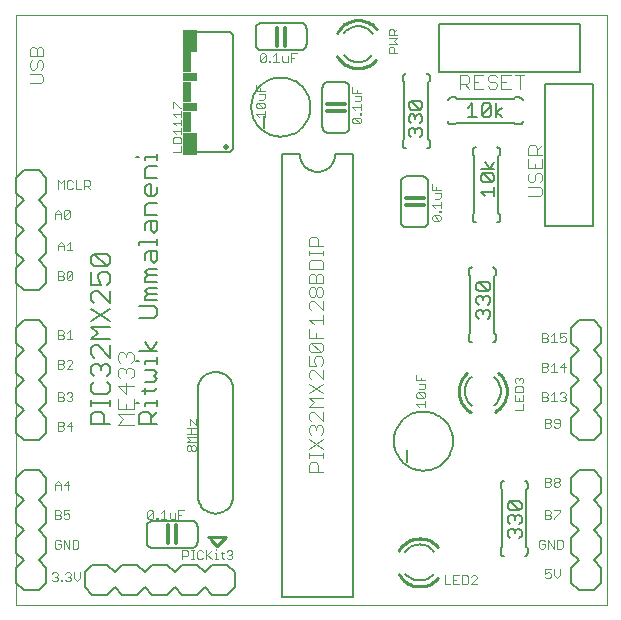
<source format=gto>
G75*
G70*
%OFA0B0*%
%FSLAX24Y24*%
%IPPOS*%
%LPD*%
%AMOC8*
5,1,8,0,0,1.08239X$1,22.5*
%
%ADD10C,0.0000*%
%ADD11C,0.0030*%
%ADD12C,0.0100*%
%ADD13C,0.0050*%
%ADD14C,0.0040*%
%ADD15C,0.0080*%
%ADD16C,0.0200*%
%ADD17C,0.0060*%
%ADD18R,0.0500X0.0750*%
%ADD19R,0.0300X0.0700*%
%ADD20R,0.0500X0.0300*%
%ADD21C,0.0120*%
D10*
X000151Y000101D02*
X000151Y019786D01*
X019836Y019786D01*
X019836Y000101D01*
X000151Y000101D01*
D11*
X001347Y000952D02*
X001396Y000903D01*
X001492Y000903D01*
X001541Y000952D01*
X001541Y001000D01*
X001492Y001048D01*
X001444Y001048D01*
X001492Y001048D02*
X001541Y001097D01*
X001541Y001145D01*
X001492Y001193D01*
X001396Y001193D01*
X001347Y001145D01*
X001642Y000952D02*
X001690Y000952D01*
X001690Y000903D01*
X001642Y000903D01*
X001642Y000952D01*
X001789Y000952D02*
X001838Y000903D01*
X001934Y000903D01*
X001983Y000952D01*
X001983Y001000D01*
X001934Y001048D01*
X001886Y001048D01*
X001934Y001048D02*
X001983Y001097D01*
X001983Y001145D01*
X001934Y001193D01*
X001838Y001193D01*
X001789Y001145D01*
X002084Y001193D02*
X002084Y001000D01*
X002181Y000903D01*
X002277Y001000D01*
X002277Y001193D01*
X002180Y001986D02*
X002035Y001986D01*
X002035Y002276D01*
X002180Y002276D01*
X002228Y002228D01*
X002228Y002034D01*
X002180Y001986D01*
X001934Y001986D02*
X001934Y002276D01*
X001740Y002276D02*
X001934Y001986D01*
X001740Y001986D02*
X001740Y002276D01*
X001639Y002228D02*
X001591Y002276D01*
X001494Y002276D01*
X001446Y002228D01*
X001446Y002034D01*
X001494Y001986D01*
X001591Y001986D01*
X001639Y002034D01*
X001639Y002131D01*
X001542Y002131D01*
X001591Y002970D02*
X001446Y002970D01*
X001446Y003260D01*
X001591Y003260D01*
X001639Y003212D01*
X001639Y003164D01*
X001591Y003115D01*
X001446Y003115D01*
X001591Y003115D02*
X001639Y003067D01*
X001639Y003018D01*
X001591Y002970D01*
X001740Y003018D02*
X001789Y002970D01*
X001885Y002970D01*
X001934Y003018D01*
X001934Y003115D01*
X001885Y003164D01*
X001837Y003164D01*
X001740Y003115D01*
X001740Y003260D01*
X001934Y003260D01*
X001885Y003954D02*
X001885Y004245D01*
X001740Y004099D01*
X001934Y004099D01*
X001639Y004099D02*
X001446Y004099D01*
X001446Y004148D02*
X001542Y004245D01*
X001639Y004148D01*
X001639Y003954D01*
X001446Y003954D02*
X001446Y004148D01*
X001544Y005923D02*
X001689Y005923D01*
X001738Y005971D01*
X001738Y006020D01*
X001689Y006068D01*
X001544Y006068D01*
X001544Y005923D02*
X001544Y006213D01*
X001689Y006213D01*
X001738Y006165D01*
X001738Y006116D01*
X001689Y006068D01*
X001839Y006068D02*
X001984Y006213D01*
X001984Y005923D01*
X002032Y006068D02*
X001839Y006068D01*
X001887Y006907D02*
X001839Y006955D01*
X001887Y006907D02*
X001984Y006907D01*
X002032Y006955D01*
X002032Y007004D01*
X001984Y007052D01*
X001936Y007052D01*
X001984Y007052D02*
X002032Y007101D01*
X002032Y007149D01*
X001984Y007197D01*
X001887Y007197D01*
X001839Y007149D01*
X001738Y007149D02*
X001689Y007197D01*
X001544Y007197D01*
X001544Y006907D01*
X001689Y006907D01*
X001738Y006955D01*
X001738Y007004D01*
X001689Y007052D01*
X001544Y007052D01*
X001689Y007052D02*
X001738Y007101D01*
X001738Y007149D01*
X001689Y007990D02*
X001544Y007990D01*
X001544Y008280D01*
X001689Y008280D01*
X001738Y008232D01*
X001738Y008183D01*
X001689Y008135D01*
X001544Y008135D01*
X001689Y008135D02*
X001738Y008087D01*
X001738Y008038D01*
X001689Y007990D01*
X001839Y007990D02*
X002032Y008183D01*
X002032Y008232D01*
X001984Y008280D01*
X001887Y008280D01*
X001839Y008232D01*
X001839Y007990D02*
X002032Y007990D01*
X002032Y008974D02*
X001839Y008974D01*
X001936Y008974D02*
X001936Y009264D01*
X001839Y009168D01*
X001738Y009168D02*
X001689Y009119D01*
X001544Y009119D01*
X001544Y008974D02*
X001689Y008974D01*
X001738Y009022D01*
X001738Y009071D01*
X001689Y009119D01*
X001738Y009168D02*
X001738Y009216D01*
X001689Y009264D01*
X001544Y009264D01*
X001544Y008974D01*
X001544Y010943D02*
X001689Y010943D01*
X001738Y010991D01*
X001738Y011039D01*
X001689Y011088D01*
X001544Y011088D01*
X001544Y010943D02*
X001544Y011233D01*
X001689Y011233D01*
X001738Y011184D01*
X001738Y011136D01*
X001689Y011088D01*
X001839Y011184D02*
X001887Y011233D01*
X001984Y011233D01*
X002032Y011184D01*
X001839Y010991D01*
X001887Y010943D01*
X001984Y010943D01*
X002032Y010991D01*
X002032Y011184D01*
X001839Y011184D02*
X001839Y010991D01*
X001839Y011927D02*
X002032Y011927D01*
X001936Y011927D02*
X001936Y012217D01*
X001839Y012120D01*
X001738Y012120D02*
X001738Y011927D01*
X001738Y012072D02*
X001544Y012072D01*
X001544Y012120D02*
X001641Y012217D01*
X001738Y012120D01*
X001544Y012120D02*
X001544Y011927D01*
X001640Y012985D02*
X001640Y013178D01*
X001544Y013275D01*
X001447Y013178D01*
X001447Y012985D01*
X001447Y013130D02*
X001640Y013130D01*
X001742Y013227D02*
X001790Y013275D01*
X001887Y013275D01*
X001935Y013227D01*
X001742Y013033D01*
X001790Y012985D01*
X001887Y012985D01*
X001935Y013033D01*
X001935Y013227D01*
X001742Y013227D02*
X001742Y013033D01*
X001740Y013969D02*
X001740Y014259D01*
X001643Y014162D01*
X001547Y014259D01*
X001547Y013969D01*
X001841Y014017D02*
X001841Y014211D01*
X001890Y014259D01*
X001986Y014259D01*
X002035Y014211D01*
X002136Y014259D02*
X002136Y013969D01*
X002329Y013969D01*
X002431Y013969D02*
X002431Y014259D01*
X002576Y014259D01*
X002624Y014211D01*
X002624Y014114D01*
X002576Y014066D01*
X002431Y014066D01*
X002527Y014066D02*
X002624Y013969D01*
X002035Y014017D02*
X001986Y013969D01*
X001890Y013969D01*
X001841Y014017D01*
X005375Y015210D02*
X005666Y015210D01*
X005666Y015404D01*
X005666Y015505D02*
X005666Y015650D01*
X005617Y015698D01*
X005424Y015698D01*
X005375Y015650D01*
X005375Y015505D01*
X005666Y015505D01*
X005666Y015800D02*
X005666Y015993D01*
X005666Y015896D02*
X005375Y015896D01*
X005472Y015800D01*
X005472Y016094D02*
X005375Y016191D01*
X005666Y016191D01*
X005666Y016094D02*
X005666Y016288D01*
X005666Y016389D02*
X005666Y016582D01*
X005666Y016486D02*
X005375Y016486D01*
X005472Y016389D01*
X005375Y016684D02*
X005375Y016877D01*
X005424Y016877D01*
X005617Y016684D01*
X005666Y016684D01*
X008154Y016709D02*
X008154Y016806D01*
X008203Y016854D01*
X008396Y016660D01*
X008444Y016709D01*
X008444Y016806D01*
X008396Y016854D01*
X008203Y016854D01*
X008251Y016955D02*
X008396Y016955D01*
X008444Y017003D01*
X008444Y017149D01*
X008251Y017149D01*
X008299Y017250D02*
X008299Y017346D01*
X008154Y017250D02*
X008154Y017443D01*
X008154Y017250D02*
X008444Y017250D01*
X008396Y016660D02*
X008203Y016660D01*
X008154Y016709D01*
X008154Y016463D02*
X008444Y016463D01*
X008444Y016559D02*
X008444Y016366D01*
X008251Y016366D02*
X008154Y016463D01*
X008337Y018201D02*
X008289Y018250D01*
X008483Y018443D01*
X008483Y018250D01*
X008434Y018201D01*
X008337Y018201D01*
X008289Y018250D02*
X008289Y018443D01*
X008337Y018492D01*
X008434Y018492D01*
X008483Y018443D01*
X008584Y018250D02*
X008632Y018250D01*
X008632Y018201D01*
X008584Y018201D01*
X008584Y018250D01*
X008731Y018201D02*
X008925Y018201D01*
X008828Y018201D02*
X008828Y018492D01*
X008731Y018395D01*
X009026Y018395D02*
X009026Y018250D01*
X009074Y018201D01*
X009219Y018201D01*
X009219Y018395D01*
X009320Y018346D02*
X009417Y018346D01*
X009320Y018201D02*
X009320Y018492D01*
X009514Y018492D01*
X011362Y017384D02*
X011362Y017190D01*
X011652Y017190D01*
X011652Y017089D02*
X011458Y017089D01*
X011507Y017190D02*
X011507Y017287D01*
X011652Y017089D02*
X011652Y016944D01*
X011604Y016896D01*
X011458Y016896D01*
X011652Y016795D02*
X011652Y016601D01*
X011652Y016698D02*
X011362Y016698D01*
X011458Y016601D01*
X011604Y016502D02*
X011652Y016502D01*
X011652Y016454D01*
X011604Y016454D01*
X011604Y016502D01*
X011604Y016353D02*
X011652Y016304D01*
X011652Y016207D01*
X011604Y016159D01*
X011410Y016353D01*
X011604Y016353D01*
X011604Y016159D02*
X011410Y016159D01*
X011362Y016207D01*
X011362Y016304D01*
X011410Y016353D01*
X012568Y018523D02*
X012568Y018668D01*
X012616Y018717D01*
X012713Y018717D01*
X012761Y018668D01*
X012761Y018523D01*
X012858Y018523D02*
X012568Y018523D01*
X012568Y018818D02*
X012858Y018818D01*
X012761Y018915D01*
X012858Y019011D01*
X012568Y019011D01*
X012568Y019112D02*
X012568Y019258D01*
X012616Y019306D01*
X012713Y019306D01*
X012761Y019258D01*
X012761Y019112D01*
X012858Y019112D02*
X012568Y019112D01*
X012761Y019209D02*
X012858Y019306D01*
X014019Y014136D02*
X014019Y013942D01*
X014309Y013942D01*
X014309Y013841D02*
X014116Y013841D01*
X014164Y013942D02*
X014164Y014039D01*
X014309Y013841D02*
X014309Y013696D01*
X014261Y013648D01*
X014116Y013648D01*
X014309Y013546D02*
X014309Y013353D01*
X014309Y013450D02*
X014019Y013450D01*
X014116Y013353D01*
X014261Y013254D02*
X014309Y013254D01*
X014309Y013206D01*
X014261Y013206D01*
X014261Y013254D01*
X014261Y013105D02*
X014068Y013105D01*
X014261Y012911D01*
X014309Y012959D01*
X014309Y013056D01*
X014261Y013105D01*
X014068Y013105D02*
X014019Y013056D01*
X014019Y012959D01*
X014068Y012911D01*
X014261Y012911D01*
X017686Y009166D02*
X017831Y009166D01*
X017879Y009117D01*
X017879Y009069D01*
X017831Y009021D01*
X017686Y009021D01*
X017686Y008876D02*
X017686Y009166D01*
X017831Y009021D02*
X017879Y008972D01*
X017879Y008924D01*
X017831Y008876D01*
X017686Y008876D01*
X017981Y008876D02*
X018174Y008876D01*
X018077Y008876D02*
X018077Y009166D01*
X017981Y009069D01*
X018275Y009021D02*
X018275Y009166D01*
X018469Y009166D01*
X018420Y009069D02*
X018372Y009069D01*
X018275Y009021D01*
X018275Y008924D02*
X018324Y008876D01*
X018420Y008876D01*
X018469Y008924D01*
X018469Y009021D01*
X018420Y009069D01*
X018420Y008182D02*
X018275Y008036D01*
X018469Y008036D01*
X018420Y007891D02*
X018420Y008182D01*
X018077Y008182D02*
X018077Y007891D01*
X017981Y007891D02*
X018174Y007891D01*
X017981Y008085D02*
X018077Y008182D01*
X017879Y008133D02*
X017831Y008182D01*
X017686Y008182D01*
X017686Y007891D01*
X017831Y007891D01*
X017879Y007940D01*
X017879Y007988D01*
X017831Y008036D01*
X017686Y008036D01*
X017831Y008036D02*
X017879Y008085D01*
X017879Y008133D01*
X017065Y007641D02*
X017065Y007544D01*
X017017Y007496D01*
X017017Y007395D02*
X016823Y007395D01*
X016775Y007346D01*
X016775Y007201D01*
X017065Y007201D01*
X017065Y007346D01*
X017017Y007395D01*
X016823Y007496D02*
X016775Y007544D01*
X016775Y007641D01*
X016823Y007689D01*
X016872Y007689D01*
X016920Y007641D01*
X016969Y007689D01*
X017017Y007689D01*
X017065Y007641D01*
X016920Y007641D02*
X016920Y007593D01*
X017686Y007197D02*
X017831Y007197D01*
X017879Y007149D01*
X017879Y007101D01*
X017831Y007052D01*
X017686Y007052D01*
X017686Y006907D02*
X017831Y006907D01*
X017879Y006955D01*
X017879Y007004D01*
X017831Y007052D01*
X017981Y007101D02*
X018077Y007197D01*
X018077Y006907D01*
X017981Y006907D02*
X018174Y006907D01*
X018275Y006955D02*
X018324Y006907D01*
X018420Y006907D01*
X018469Y006955D01*
X018469Y007004D01*
X018420Y007052D01*
X018372Y007052D01*
X018420Y007052D02*
X018469Y007101D01*
X018469Y007149D01*
X018420Y007197D01*
X018324Y007197D01*
X018275Y007149D01*
X017686Y007197D02*
X017686Y006907D01*
X017065Y006906D02*
X017065Y007100D01*
X016920Y007003D02*
X016920Y006906D01*
X016775Y006906D02*
X017065Y006906D01*
X017065Y006805D02*
X017065Y006612D01*
X016775Y006612D01*
X016775Y006906D02*
X016775Y007100D01*
X017784Y006312D02*
X017929Y006312D01*
X017978Y006263D01*
X017978Y006215D01*
X017929Y006166D01*
X017784Y006166D01*
X017784Y006021D02*
X017929Y006021D01*
X017978Y006070D01*
X017978Y006118D01*
X017929Y006166D01*
X018079Y006215D02*
X018127Y006166D01*
X018272Y006166D01*
X018272Y006070D02*
X018272Y006263D01*
X018224Y006312D01*
X018127Y006312D01*
X018079Y006263D01*
X018079Y006215D01*
X018079Y006070D02*
X018127Y006021D01*
X018224Y006021D01*
X018272Y006070D01*
X017784Y006021D02*
X017784Y006312D01*
X017784Y004343D02*
X017929Y004343D01*
X017978Y004295D01*
X017978Y004246D01*
X017929Y004198D01*
X017784Y004198D01*
X017784Y004053D02*
X017784Y004343D01*
X017929Y004198D02*
X017978Y004150D01*
X017978Y004101D01*
X017929Y004053D01*
X017784Y004053D01*
X018079Y004101D02*
X018079Y004150D01*
X018127Y004198D01*
X018224Y004198D01*
X018272Y004150D01*
X018272Y004101D01*
X018224Y004053D01*
X018127Y004053D01*
X018079Y004101D01*
X018127Y004198D02*
X018079Y004246D01*
X018079Y004295D01*
X018127Y004343D01*
X018224Y004343D01*
X018272Y004295D01*
X018272Y004246D01*
X018224Y004198D01*
X018272Y003260D02*
X018079Y003260D01*
X017978Y003212D02*
X017978Y003164D01*
X017929Y003115D01*
X017784Y003115D01*
X017784Y002970D02*
X017929Y002970D01*
X017978Y003018D01*
X017978Y003067D01*
X017929Y003115D01*
X017978Y003212D02*
X017929Y003260D01*
X017784Y003260D01*
X017784Y002970D01*
X018079Y002970D02*
X018079Y003018D01*
X018272Y003212D01*
X018272Y003260D01*
X018322Y002276D02*
X018177Y002276D01*
X018177Y001986D01*
X018322Y001986D01*
X018370Y002034D01*
X018370Y002228D01*
X018322Y002276D01*
X018076Y002276D02*
X018076Y001986D01*
X017882Y002276D01*
X017882Y001986D01*
X017781Y002034D02*
X017781Y002131D01*
X017684Y002131D01*
X017587Y002228D02*
X017587Y002034D01*
X017636Y001986D01*
X017733Y001986D01*
X017781Y002034D01*
X017781Y002228D02*
X017733Y002276D01*
X017636Y002276D01*
X017587Y002228D01*
X017784Y001292D02*
X017784Y001147D01*
X017881Y001195D01*
X017929Y001195D01*
X017978Y001147D01*
X017978Y001050D01*
X017929Y001002D01*
X017833Y001002D01*
X017784Y001050D01*
X017784Y001292D02*
X017978Y001292D01*
X018079Y001292D02*
X018079Y001098D01*
X018176Y001002D01*
X018272Y001098D01*
X018272Y001292D01*
X015515Y001047D02*
X015467Y001095D01*
X015370Y001095D01*
X015322Y001047D01*
X015221Y001047D02*
X015172Y001095D01*
X015027Y001095D01*
X015027Y000805D01*
X015172Y000805D01*
X015221Y000853D01*
X015221Y001047D01*
X015322Y000805D02*
X015515Y000998D01*
X015515Y001047D01*
X015515Y000805D02*
X015322Y000805D01*
X014926Y000805D02*
X014732Y000805D01*
X014732Y001095D01*
X014926Y001095D01*
X014829Y000950D02*
X014732Y000950D01*
X014631Y000805D02*
X014438Y000805D01*
X014438Y001095D01*
X007364Y001691D02*
X007316Y001642D01*
X007219Y001642D01*
X007171Y001691D01*
X007071Y001642D02*
X007023Y001691D01*
X007023Y001884D01*
X007071Y001836D02*
X006974Y001836D01*
X006826Y001836D02*
X006826Y001642D01*
X006778Y001642D02*
X006875Y001642D01*
X006677Y001642D02*
X006532Y001787D01*
X006483Y001739D02*
X006677Y001932D01*
X006778Y001836D02*
X006826Y001836D01*
X006826Y001932D02*
X006826Y001981D01*
X006483Y001932D02*
X006483Y001642D01*
X006382Y001691D02*
X006334Y001642D01*
X006237Y001642D01*
X006189Y001691D01*
X006189Y001884D01*
X006237Y001932D01*
X006334Y001932D01*
X006382Y001884D01*
X006089Y001932D02*
X005992Y001932D01*
X006041Y001932D02*
X006041Y001642D01*
X006089Y001642D02*
X005992Y001642D01*
X005891Y001787D02*
X005843Y001739D01*
X005698Y001739D01*
X005698Y001642D02*
X005698Y001932D01*
X005843Y001932D01*
X005891Y001884D01*
X005891Y001787D01*
X007171Y001884D02*
X007219Y001932D01*
X007316Y001932D01*
X007364Y001884D01*
X007364Y001836D01*
X007316Y001787D01*
X007364Y001739D01*
X007364Y001691D01*
X007316Y001787D02*
X007267Y001787D01*
X005563Y002971D02*
X005563Y003261D01*
X005756Y003261D01*
X005660Y003116D02*
X005563Y003116D01*
X005462Y003164D02*
X005462Y002971D01*
X005317Y002971D01*
X005268Y003019D01*
X005268Y003164D01*
X005167Y002971D02*
X004974Y002971D01*
X005070Y002971D02*
X005070Y003261D01*
X004974Y003164D01*
X004875Y003019D02*
X004875Y002971D01*
X004826Y002971D01*
X004826Y003019D01*
X004875Y003019D01*
X004725Y003019D02*
X004677Y002971D01*
X004580Y002971D01*
X004532Y003019D01*
X004725Y003212D01*
X004725Y003019D01*
X004532Y003019D02*
X004532Y003212D01*
X004580Y003261D01*
X004677Y003261D01*
X004725Y003212D01*
X005898Y005234D02*
X005947Y005234D01*
X005995Y005282D01*
X005995Y005379D01*
X006043Y005427D01*
X006092Y005427D01*
X006140Y005379D01*
X006140Y005282D01*
X006092Y005234D01*
X006043Y005234D01*
X005995Y005282D01*
X005995Y005379D02*
X005947Y005427D01*
X005898Y005427D01*
X005850Y005379D01*
X005850Y005282D01*
X005898Y005234D01*
X005850Y005529D02*
X005947Y005625D01*
X005850Y005722D01*
X006140Y005722D01*
X006140Y005823D02*
X005850Y005823D01*
X005995Y005823D02*
X005995Y006017D01*
X005947Y006118D02*
X005947Y006311D01*
X006140Y006118D01*
X006140Y006311D01*
X006140Y006017D02*
X005850Y006017D01*
X005850Y005529D02*
X006140Y005529D01*
X013497Y006805D02*
X013787Y006805D01*
X013787Y006708D02*
X013787Y006902D01*
X013739Y007003D02*
X013545Y007003D01*
X013497Y007051D01*
X013497Y007148D01*
X013545Y007196D01*
X013739Y007003D01*
X013787Y007051D01*
X013787Y007148D01*
X013739Y007196D01*
X013545Y007196D01*
X013594Y007298D02*
X013739Y007298D01*
X013787Y007346D01*
X013787Y007491D01*
X013594Y007491D01*
X013642Y007592D02*
X013642Y007689D01*
X013787Y007592D02*
X013497Y007592D01*
X013497Y007786D01*
X013497Y006805D02*
X013594Y006708D01*
D12*
X016107Y006540D02*
X016155Y006570D01*
X016200Y006603D01*
X016243Y006639D01*
X016284Y006677D01*
X016321Y006719D01*
X016356Y006763D01*
X016387Y006809D01*
X016416Y006858D01*
X016440Y006908D01*
X016461Y006960D01*
X016479Y007014D01*
X016492Y007068D01*
X016502Y007123D01*
X016508Y007179D01*
X016510Y007235D01*
X016508Y007288D01*
X016503Y007342D01*
X016494Y007394D01*
X016482Y007446D01*
X016466Y007497D01*
X016447Y007547D01*
X016424Y007596D01*
X016398Y007643D01*
X016370Y007688D01*
X016338Y007731D01*
X016304Y007771D01*
X016266Y007810D01*
X016227Y007846D01*
X014910Y007235D02*
X014912Y007181D01*
X014917Y007127D01*
X014926Y007074D01*
X014939Y007021D01*
X014955Y006970D01*
X014975Y006920D01*
X014998Y006871D01*
X015024Y006823D01*
X015053Y006778D01*
X015086Y006735D01*
X015121Y006694D01*
X015159Y006655D01*
X015199Y006619D01*
X015242Y006586D01*
X015287Y006556D01*
X015334Y006529D01*
X014910Y007235D02*
X014912Y007289D01*
X014917Y007342D01*
X014926Y007396D01*
X014939Y007448D01*
X014955Y007499D01*
X014975Y007550D01*
X014997Y007599D01*
X015023Y007646D01*
X015053Y007691D01*
X015085Y007734D01*
X015120Y007775D01*
X015158Y007814D01*
X015198Y007850D01*
X007139Y002365D02*
X006549Y002365D01*
X006647Y002365D02*
X006647Y002266D01*
X006844Y002069D01*
X007139Y002365D01*
X012913Y001129D02*
X012943Y001081D01*
X012976Y001036D01*
X013012Y000993D01*
X013050Y000952D01*
X013092Y000915D01*
X013136Y000880D01*
X013182Y000849D01*
X013231Y000820D01*
X013281Y000796D01*
X013333Y000775D01*
X013387Y000757D01*
X013441Y000744D01*
X013496Y000734D01*
X013552Y000728D01*
X013608Y000726D01*
X013661Y000728D01*
X013715Y000733D01*
X013767Y000742D01*
X013819Y000754D01*
X013870Y000770D01*
X013920Y000789D01*
X013969Y000812D01*
X014016Y000838D01*
X014061Y000866D01*
X014104Y000898D01*
X014144Y000932D01*
X014183Y000970D01*
X014219Y001009D01*
X013608Y002326D02*
X013554Y002324D01*
X013500Y002319D01*
X013447Y002310D01*
X013394Y002297D01*
X013343Y002281D01*
X013293Y002261D01*
X013244Y002238D01*
X013196Y002212D01*
X013151Y002183D01*
X013108Y002150D01*
X013067Y002115D01*
X013028Y002077D01*
X012992Y002037D01*
X012959Y001994D01*
X012929Y001949D01*
X012902Y001902D01*
X013608Y002326D02*
X013662Y002324D01*
X013715Y002319D01*
X013769Y002310D01*
X013821Y002297D01*
X013872Y002281D01*
X013923Y002261D01*
X013972Y002239D01*
X014019Y002213D01*
X014064Y002183D01*
X014107Y002151D01*
X014148Y002116D01*
X014187Y002078D01*
X014223Y002038D01*
X011553Y018002D02*
X011606Y018004D01*
X011660Y018009D01*
X011712Y018018D01*
X011764Y018030D01*
X011815Y018046D01*
X011865Y018065D01*
X011914Y018088D01*
X011961Y018114D01*
X012006Y018142D01*
X012049Y018174D01*
X012089Y018208D01*
X012128Y018246D01*
X012164Y018285D01*
X011553Y019602D02*
X011499Y019600D01*
X011445Y019595D01*
X011392Y019586D01*
X011339Y019573D01*
X011288Y019557D01*
X011238Y019537D01*
X011189Y019514D01*
X011141Y019488D01*
X011096Y019459D01*
X011053Y019426D01*
X011012Y019391D01*
X010973Y019353D01*
X010937Y019313D01*
X010904Y019270D01*
X010874Y019225D01*
X010847Y019178D01*
X010858Y018405D02*
X010888Y018357D01*
X010921Y018312D01*
X010957Y018269D01*
X010995Y018228D01*
X011037Y018191D01*
X011081Y018156D01*
X011127Y018125D01*
X011176Y018096D01*
X011226Y018072D01*
X011278Y018051D01*
X011332Y018033D01*
X011386Y018020D01*
X011441Y018010D01*
X011497Y018004D01*
X011553Y018002D01*
X012168Y019314D02*
X012132Y019354D01*
X012093Y019392D01*
X012052Y019427D01*
X012009Y019459D01*
X011964Y019489D01*
X011917Y019515D01*
X011868Y019537D01*
X011817Y019557D01*
X011766Y019573D01*
X011714Y019586D01*
X011660Y019595D01*
X011607Y019600D01*
X011553Y019602D01*
D13*
X014242Y019463D02*
X014242Y017888D01*
X018966Y017888D01*
X018966Y019463D01*
X014242Y019463D01*
X017797Y017459D02*
X019372Y017459D01*
X019372Y012735D01*
X017797Y012735D01*
X017797Y017459D01*
X016363Y016682D02*
X016138Y016532D01*
X016363Y016382D01*
X016138Y016382D02*
X016138Y016833D01*
X015978Y016757D02*
X015677Y016457D01*
X015753Y016382D01*
X015903Y016382D01*
X015978Y016457D01*
X015978Y016757D01*
X015903Y016833D01*
X015753Y016833D01*
X015677Y016757D01*
X015677Y016457D01*
X015517Y016382D02*
X015217Y016382D01*
X015367Y016382D02*
X015367Y016833D01*
X015217Y016682D01*
X013693Y016698D02*
X013618Y016623D01*
X013317Y016923D01*
X013618Y016923D01*
X013693Y016848D01*
X013693Y016698D01*
X013618Y016623D02*
X013317Y016623D01*
X013242Y016698D01*
X013242Y016848D01*
X013317Y016923D01*
X013317Y016463D02*
X013242Y016388D01*
X013242Y016238D01*
X013317Y016163D01*
X013317Y016002D02*
X013242Y015927D01*
X013242Y015777D01*
X013317Y015702D01*
X013467Y015852D02*
X013467Y015927D01*
X013543Y016002D01*
X013618Y016002D01*
X013693Y015927D01*
X013693Y015777D01*
X013618Y015702D01*
X013467Y015927D02*
X013392Y016002D01*
X013317Y016002D01*
X013618Y016163D02*
X013693Y016238D01*
X013693Y016388D01*
X013618Y016463D01*
X013543Y016463D01*
X013467Y016388D01*
X013467Y016313D01*
X013467Y016388D02*
X013392Y016463D01*
X013317Y016463D01*
X011383Y015140D02*
X010793Y015140D01*
X011383Y015140D02*
X011383Y000376D01*
X009021Y000376D01*
X009021Y015140D01*
X009612Y015140D01*
X010202Y014549D02*
X010248Y014551D01*
X010294Y014556D01*
X010340Y014565D01*
X010385Y014578D01*
X010428Y014594D01*
X010470Y014613D01*
X010511Y014636D01*
X010549Y014662D01*
X010586Y014691D01*
X010620Y014722D01*
X010651Y014756D01*
X010680Y014793D01*
X010706Y014831D01*
X010729Y014872D01*
X010748Y014914D01*
X010764Y014957D01*
X010777Y015002D01*
X010786Y015048D01*
X010791Y015094D01*
X010793Y015140D01*
X010202Y014549D02*
X010156Y014551D01*
X010110Y014556D01*
X010064Y014565D01*
X010019Y014578D01*
X009976Y014594D01*
X009934Y014613D01*
X009893Y014636D01*
X009855Y014662D01*
X009818Y014691D01*
X009784Y014722D01*
X009753Y014756D01*
X009724Y014793D01*
X009698Y014831D01*
X009675Y014872D01*
X009656Y014914D01*
X009640Y014957D01*
X009627Y015002D01*
X009618Y015048D01*
X009613Y015094D01*
X009611Y015140D01*
X004851Y015145D02*
X004851Y014941D01*
X004851Y015043D02*
X004444Y015043D01*
X004444Y014941D01*
X004545Y014741D02*
X004851Y014741D01*
X004545Y014741D02*
X004444Y014639D01*
X004444Y014334D01*
X004851Y014334D01*
X004647Y014133D02*
X004647Y013726D01*
X004545Y013726D02*
X004444Y013828D01*
X004444Y014031D01*
X004545Y014133D01*
X004647Y014133D01*
X004851Y014031D02*
X004851Y013828D01*
X004749Y013726D01*
X004545Y013726D01*
X004545Y013525D02*
X004444Y013424D01*
X004444Y013118D01*
X004851Y013118D01*
X004851Y012918D02*
X004545Y012918D01*
X004444Y012816D01*
X004444Y012612D01*
X004647Y012612D02*
X004749Y012511D01*
X004851Y012612D01*
X004851Y012918D01*
X004647Y012918D02*
X004647Y012612D01*
X004851Y012309D02*
X004851Y012106D01*
X004851Y012207D02*
X004240Y012207D01*
X004240Y012106D01*
X004444Y011803D02*
X004545Y011905D01*
X004851Y011905D01*
X004851Y011600D01*
X004749Y011498D01*
X004647Y011600D01*
X004647Y011905D01*
X004444Y011803D02*
X004444Y011600D01*
X004545Y011297D02*
X004444Y011195D01*
X004545Y011094D01*
X004851Y011094D01*
X004851Y011297D02*
X004545Y011297D01*
X004545Y011094D02*
X004444Y010992D01*
X004444Y010890D01*
X004851Y010890D01*
X004851Y010689D02*
X004545Y010689D01*
X004444Y010588D01*
X004545Y010486D01*
X004851Y010486D01*
X004851Y010282D02*
X004444Y010282D01*
X004444Y010384D01*
X004545Y010486D01*
X004749Y010082D02*
X004240Y010082D01*
X004749Y010082D02*
X004851Y009980D01*
X004851Y009776D01*
X004749Y009675D01*
X004240Y009675D01*
X004444Y008866D02*
X004647Y008561D01*
X004851Y008866D01*
X004851Y008561D02*
X004240Y008561D01*
X004240Y008257D02*
X004138Y008257D01*
X004444Y008257D02*
X004444Y008155D01*
X004444Y008257D02*
X004851Y008257D01*
X004851Y008155D02*
X004851Y008359D01*
X004749Y007955D02*
X004444Y007955D01*
X004749Y007955D02*
X004851Y007853D01*
X004749Y007751D01*
X004851Y007649D01*
X004749Y007548D01*
X004444Y007548D01*
X004444Y007346D02*
X004444Y007143D01*
X004342Y007244D02*
X004749Y007244D01*
X004851Y007346D01*
X004851Y006941D02*
X004851Y006737D01*
X004851Y006839D02*
X004444Y006839D01*
X004444Y006737D01*
X004342Y006537D02*
X004545Y006537D01*
X004647Y006435D01*
X004647Y006130D01*
X004647Y006333D02*
X004851Y006537D01*
X004851Y006130D02*
X004240Y006130D01*
X004240Y006435D01*
X004342Y006537D01*
X004240Y006839D02*
X004138Y006839D01*
X003276Y006839D02*
X002665Y006839D01*
X002665Y006737D02*
X002665Y006941D01*
X002767Y007143D02*
X003174Y007143D01*
X003276Y007244D01*
X003276Y007448D01*
X003174Y007550D01*
X003174Y007750D02*
X003276Y007852D01*
X003276Y008056D01*
X003174Y008157D01*
X003072Y008157D01*
X002971Y008056D01*
X002971Y007954D01*
X002971Y008056D02*
X002869Y008157D01*
X002767Y008157D01*
X002665Y008056D01*
X002665Y007852D01*
X002767Y007750D01*
X002767Y007550D02*
X002665Y007448D01*
X002665Y007244D01*
X002767Y007143D01*
X003276Y006941D02*
X003276Y006737D01*
X002971Y006537D02*
X003072Y006435D01*
X003072Y006130D01*
X003276Y006130D02*
X002665Y006130D01*
X002665Y006435D01*
X002767Y006537D01*
X002971Y006537D01*
X002767Y008358D02*
X002665Y008460D01*
X002665Y008663D01*
X002767Y008765D01*
X002869Y008765D01*
X003276Y008358D01*
X003276Y008765D01*
X003276Y008966D02*
X002665Y008966D01*
X002869Y009169D01*
X002665Y009373D01*
X003276Y009373D01*
X003276Y009573D02*
X002665Y009980D01*
X002767Y010181D02*
X002665Y010283D01*
X002665Y010486D01*
X002767Y010588D01*
X002869Y010588D01*
X003276Y010181D01*
X003276Y010588D01*
X003174Y010789D02*
X003276Y010891D01*
X003276Y011094D01*
X003174Y011196D01*
X002971Y011196D01*
X002869Y011094D01*
X002869Y010992D01*
X002971Y010789D01*
X002665Y010789D01*
X002665Y011196D01*
X002767Y011397D02*
X002665Y011498D01*
X002665Y011702D01*
X002767Y011804D01*
X003174Y011397D01*
X003276Y011498D01*
X003276Y011702D01*
X003174Y011804D01*
X002767Y011804D01*
X002767Y011397D02*
X003174Y011397D01*
X003276Y009980D02*
X002665Y009573D01*
X006210Y007290D02*
X006210Y003746D01*
X006212Y003698D01*
X006218Y003651D01*
X006227Y003605D01*
X006240Y003559D01*
X006257Y003514D01*
X006278Y003471D01*
X006301Y003430D01*
X006329Y003391D01*
X006359Y003354D01*
X006392Y003320D01*
X006427Y003288D01*
X006465Y003260D01*
X006505Y003234D01*
X006548Y003212D01*
X006591Y003193D01*
X006637Y003178D01*
X006683Y003167D01*
X006730Y003159D01*
X006777Y003155D01*
X006825Y003155D01*
X006872Y003159D01*
X006919Y003167D01*
X006965Y003178D01*
X007011Y003193D01*
X007054Y003212D01*
X007096Y003234D01*
X007137Y003260D01*
X007175Y003288D01*
X007210Y003320D01*
X007243Y003354D01*
X007273Y003391D01*
X007301Y003430D01*
X007324Y003471D01*
X007345Y003514D01*
X007362Y003559D01*
X007375Y003605D01*
X007384Y003651D01*
X007390Y003698D01*
X007392Y003746D01*
X007391Y003746D02*
X007391Y007290D01*
X007392Y007290D02*
X007390Y007338D01*
X007384Y007385D01*
X007375Y007431D01*
X007362Y007477D01*
X007345Y007522D01*
X007324Y007565D01*
X007301Y007606D01*
X007273Y007645D01*
X007243Y007682D01*
X007210Y007716D01*
X007175Y007748D01*
X007137Y007776D01*
X007097Y007802D01*
X007054Y007824D01*
X007011Y007843D01*
X006965Y007858D01*
X006919Y007869D01*
X006872Y007877D01*
X006825Y007881D01*
X006777Y007881D01*
X006730Y007877D01*
X006683Y007869D01*
X006637Y007858D01*
X006591Y007843D01*
X006548Y007824D01*
X006505Y007802D01*
X006465Y007776D01*
X006427Y007748D01*
X006392Y007716D01*
X006359Y007682D01*
X006329Y007645D01*
X006301Y007606D01*
X006278Y007565D01*
X006257Y007522D01*
X006240Y007477D01*
X006227Y007431D01*
X006218Y007385D01*
X006212Y007338D01*
X006210Y007290D01*
X004851Y013525D02*
X004545Y013525D01*
X004240Y015043D02*
X004138Y015043D01*
X015637Y014658D02*
X016087Y014658D01*
X015937Y014658D02*
X015787Y014883D01*
X015937Y014658D02*
X016087Y014883D01*
X016012Y014498D02*
X015712Y014498D01*
X016012Y014197D01*
X016087Y014273D01*
X016087Y014423D01*
X016012Y014498D01*
X015712Y014498D02*
X015637Y014423D01*
X015637Y014273D01*
X015712Y014197D01*
X016012Y014197D01*
X016087Y014037D02*
X016087Y013737D01*
X016087Y013887D02*
X015637Y013887D01*
X015787Y013737D01*
X015871Y010877D02*
X015570Y010877D01*
X015871Y010577D01*
X015946Y010652D01*
X015946Y010802D01*
X015871Y010877D01*
X015871Y010577D02*
X015570Y010577D01*
X015495Y010652D01*
X015495Y010802D01*
X015570Y010877D01*
X015570Y010417D02*
X015645Y010417D01*
X015720Y010342D01*
X015795Y010417D01*
X015871Y010417D01*
X015946Y010342D01*
X015946Y010192D01*
X015871Y010117D01*
X015871Y009957D02*
X015946Y009882D01*
X015946Y009731D01*
X015871Y009656D01*
X015720Y009807D02*
X015720Y009882D01*
X015795Y009957D01*
X015871Y009957D01*
X015720Y009882D02*
X015645Y009957D01*
X015570Y009957D01*
X015495Y009882D01*
X015495Y009731D01*
X015570Y009656D01*
X015570Y010117D02*
X015495Y010192D01*
X015495Y010342D01*
X015570Y010417D01*
X015720Y010342D02*
X015720Y010267D01*
X016633Y003562D02*
X016558Y003487D01*
X016558Y003337D01*
X016633Y003262D01*
X016934Y003262D01*
X016633Y003562D01*
X016934Y003562D01*
X017009Y003487D01*
X017009Y003337D01*
X016934Y003262D01*
X016934Y003102D02*
X016858Y003102D01*
X016783Y003027D01*
X016783Y002952D01*
X016783Y003027D02*
X016708Y003102D01*
X016633Y003102D01*
X016558Y003027D01*
X016558Y002877D01*
X016633Y002802D01*
X016633Y002642D02*
X016708Y002642D01*
X016783Y002567D01*
X016858Y002642D01*
X016934Y002642D01*
X017009Y002567D01*
X017009Y002417D01*
X016934Y002341D01*
X016783Y002492D02*
X016783Y002567D01*
X016633Y002642D02*
X016558Y002567D01*
X016558Y002417D01*
X016633Y002341D01*
X016934Y002802D02*
X017009Y002877D01*
X017009Y003027D01*
X016934Y003102D01*
D14*
X010379Y004558D02*
X009919Y004558D01*
X009919Y004788D01*
X009996Y004865D01*
X010149Y004865D01*
X010226Y004788D01*
X010226Y004558D01*
X010379Y005018D02*
X010379Y005172D01*
X010379Y005095D02*
X009919Y005095D01*
X009919Y005018D02*
X009919Y005172D01*
X009919Y005325D02*
X010379Y005632D01*
X010303Y005785D02*
X010379Y005862D01*
X010379Y006016D01*
X010303Y006092D01*
X010226Y006092D01*
X010149Y006016D01*
X010149Y005939D01*
X010149Y006016D02*
X010072Y006092D01*
X009996Y006092D01*
X009919Y006016D01*
X009919Y005862D01*
X009996Y005785D01*
X009919Y005632D02*
X010379Y005325D01*
X010379Y006246D02*
X010072Y006553D01*
X009996Y006553D01*
X009919Y006476D01*
X009919Y006322D01*
X009996Y006246D01*
X010379Y006246D02*
X010379Y006553D01*
X010379Y006706D02*
X009919Y006706D01*
X010072Y006860D01*
X009919Y007013D01*
X010379Y007013D01*
X010379Y007166D02*
X009919Y007473D01*
X009996Y007627D02*
X009919Y007704D01*
X009919Y007857D01*
X009996Y007934D01*
X010072Y007934D01*
X010379Y007627D01*
X010379Y007934D01*
X010303Y008087D02*
X010379Y008164D01*
X010379Y008317D01*
X010303Y008394D01*
X010149Y008394D01*
X010072Y008317D01*
X010072Y008241D01*
X010149Y008087D01*
X009919Y008087D01*
X009919Y008394D01*
X009996Y008548D02*
X009919Y008624D01*
X009919Y008778D01*
X009996Y008854D01*
X010303Y008548D01*
X010379Y008624D01*
X010379Y008778D01*
X010303Y008854D01*
X009996Y008854D01*
X009919Y009008D02*
X009919Y009315D01*
X010072Y009468D02*
X009919Y009622D01*
X010379Y009622D01*
X010379Y009775D02*
X010379Y009468D01*
X010149Y009161D02*
X010149Y009008D01*
X010379Y009008D02*
X009919Y009008D01*
X009996Y008548D02*
X010303Y008548D01*
X010379Y007473D02*
X009919Y007166D01*
X009996Y009929D02*
X009919Y010005D01*
X009919Y010159D01*
X009996Y010235D01*
X010072Y010235D01*
X010379Y009929D01*
X010379Y010235D01*
X010303Y010389D02*
X010226Y010389D01*
X010149Y010466D01*
X010149Y010619D01*
X010226Y010696D01*
X010303Y010696D01*
X010379Y010619D01*
X010379Y010466D01*
X010303Y010389D01*
X010149Y010466D02*
X010072Y010389D01*
X009996Y010389D01*
X009919Y010466D01*
X009919Y010619D01*
X009996Y010696D01*
X010072Y010696D01*
X010149Y010619D01*
X010149Y010849D02*
X010149Y011079D01*
X010226Y011156D01*
X010303Y011156D01*
X010379Y011079D01*
X010379Y010849D01*
X009919Y010849D01*
X009919Y011079D01*
X009996Y011156D01*
X010072Y011156D01*
X010149Y011079D01*
X009919Y011310D02*
X009919Y011540D01*
X009996Y011617D01*
X010303Y011617D01*
X010379Y011540D01*
X010379Y011310D01*
X009919Y011310D01*
X009919Y011770D02*
X009919Y011923D01*
X009919Y011847D02*
X010379Y011847D01*
X010379Y011923D02*
X010379Y011770D01*
X010379Y012077D02*
X009919Y012077D01*
X009919Y012307D01*
X009996Y012384D01*
X010149Y012384D01*
X010226Y012307D01*
X010226Y012077D01*
X004068Y008447D02*
X004068Y008274D01*
X003981Y008187D01*
X003981Y008019D02*
X003895Y008019D01*
X003808Y007932D01*
X003808Y007845D01*
X003808Y007932D02*
X003721Y008019D01*
X003634Y008019D01*
X003548Y007932D01*
X003548Y007758D01*
X003634Y007672D01*
X003808Y007503D02*
X003808Y007156D01*
X003548Y007416D01*
X004068Y007416D01*
X003981Y007672D02*
X004068Y007758D01*
X004068Y007932D01*
X003981Y008019D01*
X003634Y008187D02*
X003548Y008274D01*
X003548Y008447D01*
X003634Y008534D01*
X003721Y008534D01*
X003808Y008447D01*
X003895Y008534D01*
X003981Y008534D01*
X004068Y008447D01*
X003808Y008447D02*
X003808Y008361D01*
X003548Y006987D02*
X003548Y006640D01*
X004068Y006640D01*
X004068Y006987D01*
X003808Y006814D02*
X003808Y006640D01*
X003548Y006472D02*
X004068Y006472D01*
X003721Y006298D02*
X003548Y006472D01*
X003721Y006298D02*
X003548Y006125D01*
X004068Y006125D01*
X017218Y013739D02*
X017602Y013739D01*
X017678Y013816D01*
X017678Y013969D01*
X017602Y014046D01*
X017218Y014046D01*
X017295Y014199D02*
X017372Y014199D01*
X017448Y014276D01*
X017448Y014429D01*
X017525Y014506D01*
X017602Y014506D01*
X017678Y014429D01*
X017678Y014276D01*
X017602Y014199D01*
X017295Y014199D02*
X017218Y014276D01*
X017218Y014429D01*
X017295Y014506D01*
X017218Y014660D02*
X017678Y014660D01*
X017678Y014966D01*
X017678Y015120D02*
X017218Y015120D01*
X017218Y015350D01*
X017295Y015427D01*
X017448Y015427D01*
X017525Y015350D01*
X017525Y015120D01*
X017525Y015273D02*
X017678Y015427D01*
X017218Y014966D02*
X017218Y014660D01*
X017448Y014660D02*
X017448Y014813D01*
X016946Y017318D02*
X016946Y017778D01*
X017099Y017778D02*
X016792Y017778D01*
X016639Y017778D02*
X016332Y017778D01*
X016332Y017318D01*
X016639Y017318D01*
X016485Y017548D02*
X016332Y017548D01*
X016178Y017471D02*
X016178Y017394D01*
X016102Y017318D01*
X015948Y017318D01*
X015871Y017394D01*
X015718Y017318D02*
X015411Y017318D01*
X015411Y017778D01*
X015718Y017778D01*
X015871Y017701D02*
X015948Y017778D01*
X016102Y017778D01*
X016178Y017701D01*
X016102Y017548D02*
X016178Y017471D01*
X016102Y017548D02*
X015948Y017548D01*
X015871Y017625D01*
X015871Y017701D01*
X015564Y017548D02*
X015411Y017548D01*
X015258Y017548D02*
X015181Y017471D01*
X014951Y017471D01*
X015104Y017471D02*
X015258Y017318D01*
X015258Y017548D02*
X015258Y017701D01*
X015181Y017778D01*
X014951Y017778D01*
X014951Y017318D01*
X001066Y017568D02*
X000990Y017492D01*
X000606Y017492D01*
X001066Y017568D02*
X001066Y017722D01*
X000990Y017799D01*
X000606Y017799D01*
X000683Y017952D02*
X000759Y017952D01*
X000836Y018029D01*
X000836Y018182D01*
X000913Y018259D01*
X000990Y018259D01*
X001066Y018182D01*
X001066Y018029D01*
X000990Y017952D01*
X000683Y017952D02*
X000606Y018029D01*
X000606Y018182D01*
X000683Y018259D01*
X000606Y018412D02*
X000606Y018642D01*
X000683Y018719D01*
X000759Y018719D01*
X000836Y018642D01*
X000836Y018412D01*
X001066Y018412D02*
X000606Y018412D01*
X000836Y018642D02*
X000913Y018719D01*
X000990Y018719D01*
X001066Y018642D01*
X001066Y018412D01*
D15*
X000901Y014601D02*
X000401Y014601D01*
X000151Y014351D01*
X000151Y013851D01*
X000401Y013601D01*
X000151Y013351D01*
X000151Y012851D01*
X000401Y012601D01*
X000151Y012351D01*
X000151Y011851D01*
X000401Y011601D01*
X000151Y011351D01*
X000151Y010851D01*
X000401Y010601D01*
X000901Y010601D01*
X001151Y010851D01*
X001151Y011351D01*
X000901Y011601D01*
X001151Y011851D01*
X001151Y012351D01*
X000901Y012601D01*
X001151Y012851D01*
X001151Y013351D01*
X000901Y013601D01*
X001151Y013851D01*
X001151Y014351D01*
X000901Y014601D01*
X000901Y009601D02*
X000401Y009601D01*
X000151Y009351D01*
X000151Y008851D01*
X000401Y008601D01*
X000151Y008351D01*
X000151Y007851D01*
X000401Y007601D01*
X000151Y007351D01*
X000151Y006851D01*
X000401Y006601D01*
X000151Y006351D01*
X000151Y005851D01*
X000401Y005601D01*
X000901Y005601D01*
X001151Y005851D01*
X001151Y006351D01*
X000901Y006601D01*
X001151Y006851D01*
X001151Y007351D01*
X000901Y007601D01*
X001151Y007851D01*
X001151Y008351D01*
X000901Y008601D01*
X001151Y008851D01*
X001151Y009351D01*
X000901Y009601D01*
X000901Y004601D02*
X000401Y004601D01*
X000151Y004351D01*
X000151Y003851D01*
X000401Y003601D01*
X000151Y003351D01*
X000151Y002851D01*
X000401Y002601D01*
X000151Y002351D01*
X000151Y001851D01*
X000401Y001601D01*
X000151Y001351D01*
X000151Y000851D01*
X000401Y000601D01*
X000901Y000601D01*
X001151Y000851D01*
X001151Y001351D01*
X000901Y001601D01*
X001151Y001851D01*
X001151Y002351D01*
X000901Y002601D01*
X001151Y002851D01*
X001151Y003351D01*
X000901Y003601D01*
X001151Y003851D01*
X001151Y004351D01*
X000901Y004601D01*
X002700Y001447D02*
X003200Y001447D01*
X003450Y001197D01*
X003700Y001447D01*
X004200Y001447D01*
X004450Y001197D01*
X004700Y001447D01*
X005200Y001447D01*
X005450Y001197D01*
X005700Y001447D01*
X006200Y001447D01*
X006450Y001197D01*
X006700Y001447D01*
X007200Y001447D01*
X007450Y001197D01*
X007450Y000697D01*
X007200Y000447D01*
X006700Y000447D01*
X006450Y000697D01*
X006200Y000447D01*
X005700Y000447D01*
X005450Y000697D01*
X005200Y000447D01*
X004700Y000447D01*
X004450Y000697D01*
X004200Y000447D01*
X003700Y000447D01*
X003450Y000697D01*
X003200Y000447D01*
X002700Y000447D01*
X002450Y000697D01*
X002450Y001197D01*
X002700Y001447D01*
X013180Y004873D02*
X013180Y005273D01*
X012746Y005573D02*
X012748Y005635D01*
X012754Y005698D01*
X012764Y005759D01*
X012778Y005820D01*
X012795Y005880D01*
X012816Y005939D01*
X012842Y005996D01*
X012870Y006051D01*
X012902Y006105D01*
X012938Y006156D01*
X012976Y006206D01*
X013018Y006252D01*
X013062Y006296D01*
X013110Y006337D01*
X013159Y006375D01*
X013211Y006409D01*
X013265Y006440D01*
X013321Y006468D01*
X013379Y006492D01*
X013438Y006513D01*
X013498Y006529D01*
X013559Y006542D01*
X013621Y006551D01*
X013683Y006556D01*
X013746Y006557D01*
X013808Y006554D01*
X013870Y006547D01*
X013932Y006536D01*
X013992Y006521D01*
X014052Y006503D01*
X014110Y006481D01*
X014167Y006455D01*
X014222Y006425D01*
X014275Y006392D01*
X014326Y006356D01*
X014374Y006317D01*
X014420Y006274D01*
X014463Y006229D01*
X014503Y006181D01*
X014540Y006131D01*
X014574Y006078D01*
X014605Y006024D01*
X014631Y005968D01*
X014655Y005910D01*
X014674Y005850D01*
X014690Y005790D01*
X014702Y005728D01*
X014710Y005667D01*
X014714Y005604D01*
X014714Y005542D01*
X014710Y005479D01*
X014702Y005418D01*
X014690Y005356D01*
X014674Y005296D01*
X014655Y005236D01*
X014631Y005178D01*
X014605Y005122D01*
X014574Y005068D01*
X014540Y005015D01*
X014503Y004965D01*
X014463Y004917D01*
X014420Y004872D01*
X014374Y004829D01*
X014326Y004790D01*
X014275Y004754D01*
X014222Y004721D01*
X014167Y004691D01*
X014110Y004665D01*
X014052Y004643D01*
X013992Y004625D01*
X013932Y004610D01*
X013870Y004599D01*
X013808Y004592D01*
X013746Y004589D01*
X013683Y004590D01*
X013621Y004595D01*
X013559Y004604D01*
X013498Y004617D01*
X013438Y004633D01*
X013379Y004654D01*
X013321Y004678D01*
X013265Y004706D01*
X013211Y004737D01*
X013159Y004771D01*
X013110Y004809D01*
X013062Y004850D01*
X013018Y004894D01*
X012976Y004940D01*
X012938Y004990D01*
X012902Y005041D01*
X012870Y005095D01*
X012842Y005150D01*
X012816Y005207D01*
X012795Y005266D01*
X012778Y005326D01*
X012764Y005387D01*
X012754Y005448D01*
X012748Y005511D01*
X012746Y005573D01*
X018651Y005851D02*
X018651Y006351D01*
X018901Y006601D01*
X018651Y006851D01*
X018651Y007351D01*
X018901Y007601D01*
X018651Y007851D01*
X018651Y008351D01*
X018901Y008601D01*
X018651Y008851D01*
X018651Y009351D01*
X018901Y009601D01*
X019401Y009601D01*
X019651Y009351D01*
X019651Y008851D01*
X019401Y008601D01*
X019651Y008351D01*
X019651Y007851D01*
X019401Y007601D01*
X019651Y007351D01*
X019651Y006851D01*
X019401Y006601D01*
X019651Y006351D01*
X019651Y005851D01*
X019401Y005601D01*
X018901Y005601D01*
X018651Y005851D01*
X018901Y004601D02*
X018651Y004351D01*
X018651Y003851D01*
X018901Y003601D01*
X018651Y003351D01*
X018651Y002851D01*
X018901Y002601D01*
X018651Y002351D01*
X018651Y001851D01*
X018901Y001601D01*
X018651Y001351D01*
X018651Y000851D01*
X018901Y000601D01*
X019401Y000601D01*
X019651Y000851D01*
X019651Y001351D01*
X019401Y001601D01*
X019651Y001851D01*
X019651Y002351D01*
X019401Y002601D01*
X019651Y002851D01*
X019651Y003351D01*
X019401Y003601D01*
X019651Y003851D01*
X019651Y004351D01*
X019401Y004601D01*
X018901Y004601D01*
X008428Y016007D02*
X008428Y016407D01*
X007994Y016707D02*
X007996Y016769D01*
X008002Y016832D01*
X008012Y016893D01*
X008026Y016954D01*
X008043Y017014D01*
X008064Y017073D01*
X008090Y017130D01*
X008118Y017185D01*
X008150Y017239D01*
X008186Y017290D01*
X008224Y017340D01*
X008266Y017386D01*
X008310Y017430D01*
X008358Y017471D01*
X008407Y017509D01*
X008459Y017543D01*
X008513Y017574D01*
X008569Y017602D01*
X008627Y017626D01*
X008686Y017647D01*
X008746Y017663D01*
X008807Y017676D01*
X008869Y017685D01*
X008931Y017690D01*
X008994Y017691D01*
X009056Y017688D01*
X009118Y017681D01*
X009180Y017670D01*
X009240Y017655D01*
X009300Y017637D01*
X009358Y017615D01*
X009415Y017589D01*
X009470Y017559D01*
X009523Y017526D01*
X009574Y017490D01*
X009622Y017451D01*
X009668Y017408D01*
X009711Y017363D01*
X009751Y017315D01*
X009788Y017265D01*
X009822Y017212D01*
X009853Y017158D01*
X009879Y017102D01*
X009903Y017044D01*
X009922Y016984D01*
X009938Y016924D01*
X009950Y016862D01*
X009958Y016801D01*
X009962Y016738D01*
X009962Y016676D01*
X009958Y016613D01*
X009950Y016552D01*
X009938Y016490D01*
X009922Y016430D01*
X009903Y016370D01*
X009879Y016312D01*
X009853Y016256D01*
X009822Y016202D01*
X009788Y016149D01*
X009751Y016099D01*
X009711Y016051D01*
X009668Y016006D01*
X009622Y015963D01*
X009574Y015924D01*
X009523Y015888D01*
X009470Y015855D01*
X009415Y015825D01*
X009358Y015799D01*
X009300Y015777D01*
X009240Y015759D01*
X009180Y015744D01*
X009118Y015733D01*
X009056Y015726D01*
X008994Y015723D01*
X008931Y015724D01*
X008869Y015729D01*
X008807Y015738D01*
X008746Y015751D01*
X008686Y015767D01*
X008627Y015788D01*
X008569Y015812D01*
X008513Y015840D01*
X008459Y015871D01*
X008407Y015905D01*
X008358Y015943D01*
X008310Y015984D01*
X008266Y016028D01*
X008224Y016074D01*
X008186Y016124D01*
X008150Y016175D01*
X008118Y016229D01*
X008090Y016284D01*
X008064Y016341D01*
X008043Y016400D01*
X008026Y016460D01*
X008012Y016521D01*
X008002Y016582D01*
X007996Y016645D01*
X007994Y016707D01*
D16*
X007147Y015375D03*
D17*
X007287Y015195D02*
X006137Y015195D01*
X007287Y015195D02*
X007387Y015295D01*
X007387Y019095D01*
X007287Y019195D01*
X006137Y019195D01*
X008136Y019307D02*
X008136Y018807D01*
X008138Y018781D01*
X008143Y018755D01*
X008151Y018730D01*
X008163Y018707D01*
X008177Y018685D01*
X008195Y018666D01*
X008214Y018648D01*
X008236Y018634D01*
X008259Y018622D01*
X008284Y018614D01*
X008310Y018609D01*
X008336Y018607D01*
X009636Y018607D01*
X009662Y018609D01*
X009688Y018614D01*
X009713Y018622D01*
X009736Y018634D01*
X009758Y018648D01*
X009777Y018666D01*
X009795Y018685D01*
X009809Y018707D01*
X009821Y018730D01*
X009829Y018755D01*
X009834Y018781D01*
X009836Y018807D01*
X009836Y019307D01*
X009834Y019333D01*
X009829Y019359D01*
X009821Y019384D01*
X009809Y019407D01*
X009795Y019429D01*
X009777Y019448D01*
X009758Y019466D01*
X009736Y019480D01*
X009713Y019492D01*
X009688Y019500D01*
X009662Y019505D01*
X009636Y019507D01*
X008336Y019507D01*
X008310Y019505D01*
X008284Y019500D01*
X008259Y019492D01*
X008236Y019480D01*
X008214Y019466D01*
X008195Y019448D01*
X008177Y019429D01*
X008163Y019407D01*
X008151Y019384D01*
X008143Y019359D01*
X008138Y019333D01*
X008136Y019307D01*
X010567Y017545D02*
X011067Y017545D01*
X011093Y017543D01*
X011119Y017538D01*
X011144Y017530D01*
X011167Y017518D01*
X011189Y017504D01*
X011208Y017486D01*
X011226Y017467D01*
X011240Y017445D01*
X011252Y017422D01*
X011260Y017397D01*
X011265Y017371D01*
X011267Y017345D01*
X011267Y016045D01*
X011265Y016019D01*
X011260Y015993D01*
X011252Y015968D01*
X011240Y015945D01*
X011226Y015923D01*
X011208Y015904D01*
X011189Y015886D01*
X011167Y015872D01*
X011144Y015860D01*
X011119Y015852D01*
X011093Y015847D01*
X011067Y015845D01*
X010567Y015845D01*
X010541Y015847D01*
X010515Y015852D01*
X010490Y015860D01*
X010467Y015872D01*
X010445Y015886D01*
X010426Y015904D01*
X010408Y015923D01*
X010394Y015945D01*
X010382Y015968D01*
X010374Y015993D01*
X010369Y016019D01*
X010367Y016045D01*
X010367Y017345D01*
X010369Y017371D01*
X010374Y017397D01*
X010382Y017422D01*
X010394Y017445D01*
X010408Y017467D01*
X010426Y017486D01*
X010445Y017504D01*
X010467Y017518D01*
X010490Y017530D01*
X010515Y017538D01*
X010541Y017543D01*
X010567Y017545D01*
X011079Y018434D02*
X011109Y018399D01*
X011140Y018366D01*
X011175Y018336D01*
X011211Y018309D01*
X011249Y018285D01*
X011289Y018263D01*
X011331Y018245D01*
X011374Y018229D01*
X011418Y018217D01*
X011462Y018209D01*
X011508Y018204D01*
X011553Y018202D01*
X011598Y018204D01*
X011644Y018209D01*
X011688Y018217D01*
X011732Y018229D01*
X011775Y018245D01*
X011817Y018263D01*
X011857Y018285D01*
X011895Y018309D01*
X011931Y018336D01*
X011966Y018366D01*
X011997Y018399D01*
X012027Y018434D01*
X011553Y019402D02*
X011507Y019400D01*
X011461Y019395D01*
X011415Y019386D01*
X011370Y019374D01*
X011327Y019358D01*
X011285Y019339D01*
X011244Y019316D01*
X011205Y019291D01*
X011169Y019263D01*
X011134Y019232D01*
X011102Y019198D01*
X011073Y019162D01*
X011553Y019402D02*
X011600Y019400D01*
X011648Y019394D01*
X011694Y019385D01*
X011740Y019372D01*
X011784Y019356D01*
X011828Y019336D01*
X011869Y019312D01*
X011908Y019286D01*
X011945Y019256D01*
X011980Y019223D01*
X012012Y019188D01*
X012041Y019151D01*
X013048Y017727D02*
X013048Y017577D01*
X013098Y017527D01*
X013098Y015627D01*
X013048Y015577D01*
X013048Y015427D01*
X013050Y015410D01*
X013054Y015393D01*
X013061Y015377D01*
X013071Y015363D01*
X013084Y015350D01*
X013098Y015340D01*
X013114Y015333D01*
X013131Y015329D01*
X013148Y015327D01*
X013848Y015327D02*
X013865Y015329D01*
X013882Y015333D01*
X013898Y015340D01*
X013912Y015350D01*
X013925Y015363D01*
X013935Y015377D01*
X013942Y015393D01*
X013946Y015410D01*
X013948Y015427D01*
X013948Y015577D01*
X013898Y015627D01*
X013898Y017527D01*
X013948Y017577D01*
X013948Y017727D01*
X013946Y017744D01*
X013942Y017761D01*
X013935Y017777D01*
X013925Y017791D01*
X013912Y017804D01*
X013898Y017814D01*
X013882Y017821D01*
X013865Y017825D01*
X013848Y017827D01*
X013148Y017827D02*
X013131Y017825D01*
X013114Y017821D01*
X013098Y017814D01*
X013084Y017804D01*
X013071Y017791D01*
X013061Y017777D01*
X013054Y017761D01*
X013050Y017744D01*
X013048Y017727D01*
X014647Y017027D02*
X014797Y017027D01*
X014847Y016977D01*
X016747Y016977D01*
X016797Y017027D01*
X016947Y017027D01*
X016964Y017025D01*
X016981Y017021D01*
X016997Y017014D01*
X017011Y017004D01*
X017024Y016991D01*
X017034Y016977D01*
X017041Y016961D01*
X017045Y016944D01*
X017047Y016927D01*
X017047Y016227D02*
X017045Y016210D01*
X017041Y016193D01*
X017034Y016177D01*
X017024Y016163D01*
X017011Y016150D01*
X016997Y016140D01*
X016981Y016133D01*
X016964Y016129D01*
X016947Y016127D01*
X016797Y016127D01*
X016747Y016177D01*
X014847Y016177D01*
X014797Y016127D01*
X014647Y016127D01*
X014630Y016129D01*
X014613Y016133D01*
X014597Y016140D01*
X014583Y016150D01*
X014570Y016163D01*
X014560Y016177D01*
X014553Y016193D01*
X014549Y016210D01*
X014547Y016227D01*
X014547Y016927D02*
X014549Y016944D01*
X014553Y016961D01*
X014560Y016977D01*
X014570Y016991D01*
X014583Y017004D01*
X014597Y017014D01*
X014613Y017021D01*
X014630Y017025D01*
X014647Y017027D01*
X015382Y015267D02*
X015382Y015117D01*
X015432Y015067D01*
X015432Y013167D01*
X015382Y013117D01*
X015382Y012967D01*
X015384Y012950D01*
X015388Y012933D01*
X015395Y012917D01*
X015405Y012903D01*
X015418Y012890D01*
X015432Y012880D01*
X015448Y012873D01*
X015465Y012869D01*
X015482Y012867D01*
X016182Y012867D02*
X016199Y012869D01*
X016216Y012873D01*
X016232Y012880D01*
X016246Y012890D01*
X016259Y012903D01*
X016269Y012917D01*
X016276Y012933D01*
X016280Y012950D01*
X016282Y012967D01*
X016282Y013117D01*
X016232Y013167D01*
X016232Y015067D01*
X016282Y015117D01*
X016282Y015267D01*
X016280Y015284D01*
X016276Y015301D01*
X016269Y015317D01*
X016259Y015331D01*
X016246Y015344D01*
X016232Y015354D01*
X016216Y015361D01*
X016199Y015365D01*
X016182Y015367D01*
X015482Y015367D02*
X015465Y015365D01*
X015448Y015361D01*
X015432Y015354D01*
X015418Y015344D01*
X015405Y015331D01*
X015395Y015317D01*
X015388Y015301D01*
X015384Y015284D01*
X015382Y015267D01*
X013885Y014196D02*
X013885Y012896D01*
X013883Y012870D01*
X013878Y012844D01*
X013870Y012819D01*
X013858Y012796D01*
X013844Y012774D01*
X013826Y012755D01*
X013807Y012737D01*
X013785Y012723D01*
X013762Y012711D01*
X013737Y012703D01*
X013711Y012698D01*
X013685Y012696D01*
X013185Y012696D01*
X013159Y012698D01*
X013133Y012703D01*
X013108Y012711D01*
X013085Y012723D01*
X013063Y012737D01*
X013044Y012755D01*
X013026Y012774D01*
X013012Y012796D01*
X013000Y012819D01*
X012992Y012844D01*
X012987Y012870D01*
X012985Y012896D01*
X012985Y014196D01*
X012987Y014222D01*
X012992Y014248D01*
X013000Y014273D01*
X013012Y014296D01*
X013026Y014318D01*
X013044Y014337D01*
X013063Y014355D01*
X013085Y014369D01*
X013108Y014381D01*
X013133Y014389D01*
X013159Y014394D01*
X013185Y014396D01*
X013685Y014396D01*
X013711Y014394D01*
X013737Y014389D01*
X013762Y014381D01*
X013785Y014369D01*
X013807Y014355D01*
X013826Y014337D01*
X013844Y014318D01*
X013858Y014296D01*
X013870Y014273D01*
X013878Y014248D01*
X013883Y014222D01*
X013885Y014196D01*
X015241Y011263D02*
X015241Y011113D01*
X015291Y011063D01*
X015291Y009163D01*
X015241Y009113D01*
X015241Y008963D01*
X015243Y008946D01*
X015247Y008929D01*
X015254Y008913D01*
X015264Y008899D01*
X015277Y008886D01*
X015291Y008876D01*
X015307Y008869D01*
X015324Y008865D01*
X015341Y008863D01*
X016041Y008863D02*
X016058Y008865D01*
X016075Y008869D01*
X016091Y008876D01*
X016105Y008886D01*
X016118Y008899D01*
X016128Y008913D01*
X016135Y008929D01*
X016139Y008946D01*
X016141Y008963D01*
X016141Y009113D01*
X016091Y009163D01*
X016091Y011063D01*
X016141Y011113D01*
X016141Y011263D01*
X016139Y011280D01*
X016135Y011297D01*
X016128Y011313D01*
X016118Y011327D01*
X016105Y011340D01*
X016091Y011350D01*
X016075Y011357D01*
X016058Y011361D01*
X016041Y011363D01*
X015341Y011363D02*
X015324Y011361D01*
X015307Y011357D01*
X015291Y011350D01*
X015277Y011340D01*
X015264Y011327D01*
X015254Y011313D01*
X015247Y011297D01*
X015243Y011280D01*
X015241Y011263D01*
X016310Y007235D02*
X016308Y007190D01*
X016303Y007144D01*
X016295Y007100D01*
X016283Y007056D01*
X016267Y007013D01*
X016249Y006971D01*
X016227Y006931D01*
X016203Y006893D01*
X016176Y006857D01*
X016146Y006822D01*
X016113Y006791D01*
X016078Y006761D01*
X016310Y007235D02*
X016308Y007280D01*
X016303Y007326D01*
X016295Y007370D01*
X016283Y007414D01*
X016267Y007457D01*
X016249Y007499D01*
X016227Y007539D01*
X016203Y007577D01*
X016176Y007613D01*
X016146Y007648D01*
X016113Y007679D01*
X016078Y007709D01*
X015110Y007235D02*
X015112Y007189D01*
X015117Y007143D01*
X015126Y007097D01*
X015138Y007052D01*
X015154Y007009D01*
X015173Y006967D01*
X015196Y006926D01*
X015221Y006887D01*
X015249Y006851D01*
X015280Y006816D01*
X015314Y006784D01*
X015350Y006755D01*
X015110Y007235D02*
X015112Y007282D01*
X015118Y007330D01*
X015127Y007376D01*
X015140Y007422D01*
X015156Y007466D01*
X015176Y007510D01*
X015200Y007551D01*
X015226Y007590D01*
X015256Y007627D01*
X015289Y007662D01*
X015324Y007694D01*
X015361Y007723D01*
X016304Y004144D02*
X016304Y003994D01*
X016354Y003944D01*
X016354Y002044D01*
X016304Y001994D01*
X016304Y001844D01*
X016306Y001827D01*
X016310Y001810D01*
X016317Y001794D01*
X016327Y001780D01*
X016340Y001767D01*
X016354Y001757D01*
X016370Y001750D01*
X016387Y001746D01*
X016404Y001744D01*
X017104Y001744D02*
X017121Y001746D01*
X017138Y001750D01*
X017154Y001757D01*
X017168Y001767D01*
X017181Y001780D01*
X017191Y001794D01*
X017198Y001810D01*
X017202Y001827D01*
X017204Y001844D01*
X017204Y001994D01*
X017154Y002044D01*
X017154Y003944D01*
X017204Y003994D01*
X017204Y004144D01*
X017202Y004161D01*
X017198Y004178D01*
X017191Y004194D01*
X017181Y004208D01*
X017168Y004221D01*
X017154Y004231D01*
X017138Y004238D01*
X017121Y004242D01*
X017104Y004244D01*
X016404Y004244D02*
X016387Y004242D01*
X016370Y004238D01*
X016354Y004231D01*
X016340Y004221D01*
X016327Y004208D01*
X016317Y004194D01*
X016310Y004178D01*
X016306Y004161D01*
X016304Y004144D01*
X013608Y000926D02*
X013563Y000928D01*
X013517Y000933D01*
X013473Y000941D01*
X013429Y000953D01*
X013386Y000969D01*
X013344Y000987D01*
X013304Y001009D01*
X013266Y001033D01*
X013230Y001060D01*
X013195Y001090D01*
X013164Y001123D01*
X013134Y001158D01*
X013608Y000926D02*
X013653Y000928D01*
X013699Y000933D01*
X013743Y000941D01*
X013787Y000953D01*
X013830Y000969D01*
X013872Y000987D01*
X013912Y001009D01*
X013950Y001033D01*
X013986Y001060D01*
X014021Y001090D01*
X014052Y001123D01*
X014082Y001158D01*
X013608Y002126D02*
X013562Y002124D01*
X013516Y002119D01*
X013470Y002110D01*
X013425Y002098D01*
X013382Y002082D01*
X013340Y002063D01*
X013299Y002040D01*
X013260Y002015D01*
X013224Y001987D01*
X013189Y001956D01*
X013157Y001922D01*
X013128Y001886D01*
X013608Y002126D02*
X013655Y002124D01*
X013703Y002118D01*
X013749Y002109D01*
X013795Y002096D01*
X013839Y002080D01*
X013883Y002060D01*
X013924Y002036D01*
X013963Y002010D01*
X014000Y001980D01*
X014035Y001947D01*
X014067Y001912D01*
X014096Y001875D01*
X006202Y002211D02*
X006202Y002711D01*
X006200Y002737D01*
X006195Y002763D01*
X006187Y002788D01*
X006175Y002811D01*
X006161Y002833D01*
X006143Y002852D01*
X006124Y002870D01*
X006102Y002884D01*
X006079Y002896D01*
X006054Y002904D01*
X006028Y002909D01*
X006002Y002911D01*
X004702Y002911D01*
X004676Y002909D01*
X004650Y002904D01*
X004625Y002896D01*
X004602Y002884D01*
X004580Y002870D01*
X004561Y002852D01*
X004543Y002833D01*
X004529Y002811D01*
X004517Y002788D01*
X004509Y002763D01*
X004504Y002737D01*
X004502Y002711D01*
X004502Y002211D01*
X004504Y002185D01*
X004509Y002159D01*
X004517Y002134D01*
X004529Y002111D01*
X004543Y002089D01*
X004561Y002070D01*
X004580Y002052D01*
X004602Y002038D01*
X004625Y002026D01*
X004650Y002018D01*
X004676Y002013D01*
X004702Y002011D01*
X006002Y002011D01*
X006028Y002013D01*
X006054Y002018D01*
X006079Y002026D01*
X006102Y002038D01*
X006124Y002052D01*
X006143Y002070D01*
X006161Y002089D01*
X006175Y002111D01*
X006187Y002134D01*
X006195Y002159D01*
X006200Y002185D01*
X006202Y002211D01*
D18*
X005937Y015470D03*
X005937Y018920D03*
D19*
X005837Y018195D03*
X005837Y017195D03*
X005837Y016195D03*
D20*
X005937Y016695D03*
X005937Y017695D03*
D21*
X008866Y018757D02*
X008866Y019357D01*
X009116Y019357D02*
X009116Y018757D01*
X010517Y016825D02*
X011117Y016825D01*
X011117Y016575D02*
X010517Y016575D01*
X013135Y013676D02*
X013735Y013676D01*
X013735Y013426D02*
X013135Y013426D01*
X005472Y002761D02*
X005472Y002161D01*
X005222Y002161D02*
X005222Y002761D01*
M02*

</source>
